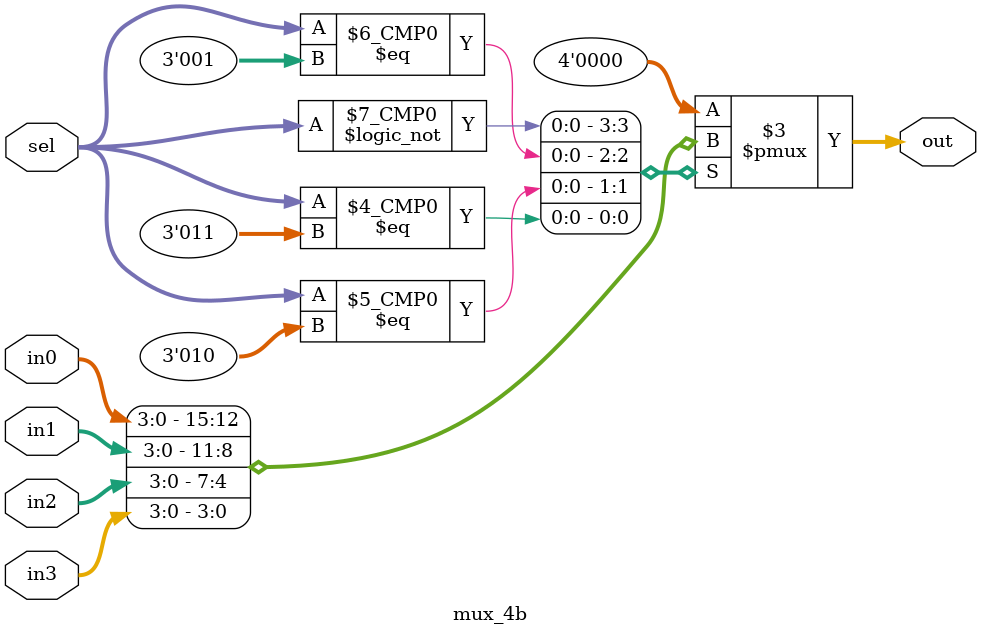
<source format=v>
`timescale 1ns / 1ps


module mux_4b(

    input [3:0] in0,
    input [3:0] in1,
    input [3:0] in2,
    input [3:0] in3,
    input [2:0] sel,
    output reg [3:0] out

    );
    
    always @(*)
    begin
        case(sel)
            0: out = in0;
            1: out = in1;
            2: out = in2;
            3: out = in3;
            
            default: out = 0;
        endcase
    end
endmodule

</source>
